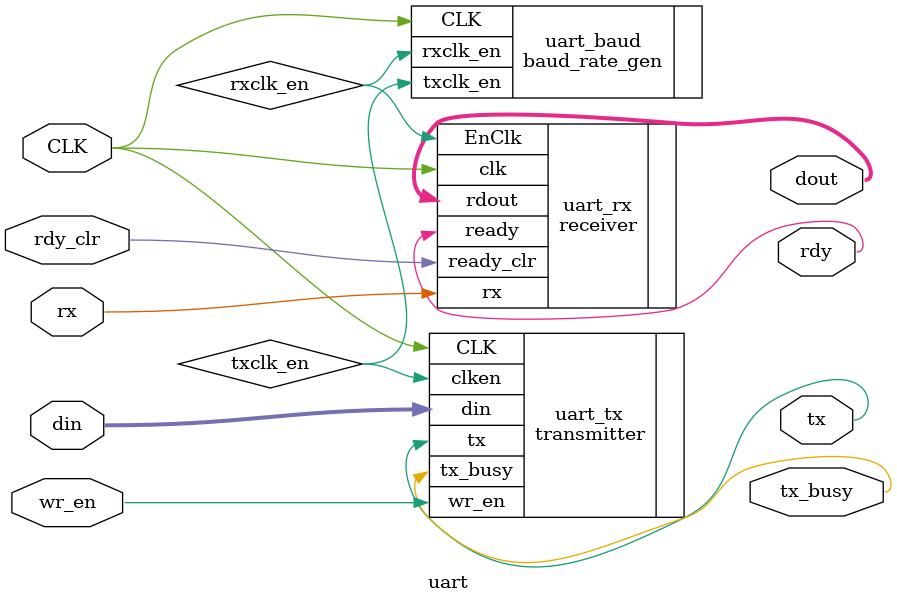
<source format=v>
module uart(input wire [7:0] din, //input data to transmitter
	    input wire wr_en, //wirte into transmitter enable
	    input wire CLK, //clock
	    output wire tx, //transmitter serial output 
	    output wire tx_busy, //transmitter is IDLE  or busy
	    input wire rx, //reciever serial input 
	    output wire rdy,
	    input wire rdy_clr,
	    output wire [7:0] dout); // data out from reciever 

wire rxclk_en, txclk_en;  //reciever and transmitter baud clock
//baud generator
baud_rate_gen uart_baud(.CLK(CLK),
			.rxclk_en(rxclk_en),
			.txclk_en(txclk_en));

//transitter 
transmitter uart_tx(.din(din),
		    .wr_en(wr_en),
		    .CLK(CLK),
		    .clken(txclk_en),
		    .tx(tx),
		    .tx_busy(tx_busy));
		    
//reciever
receiver uart_rx(.rx(rx),
		 .ready(rdy),
		 .ready_clr(rdy_clr),
		 .clk(CLK),
		 .EnClk(rxclk_en),
		 .rdout(dout));
endmodule


</source>
